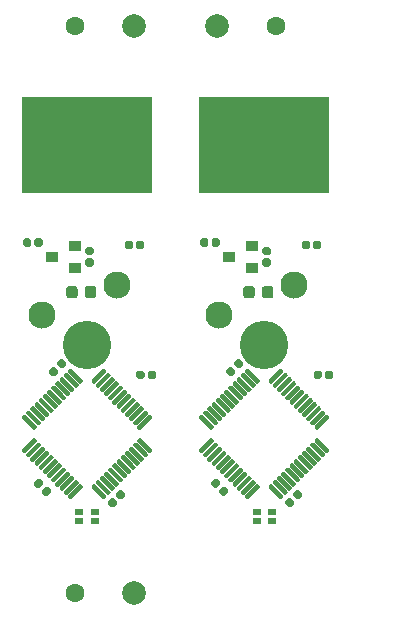
<source format=gbs>
%TF.GenerationSoftware,KiCad,Pcbnew,5.1.6*%
%TF.CreationDate,2020-10-27T00:07:36+01:00*%
%TF.ProjectId,anykey-x2,616e796b-6579-42d7-9832-2e6b69636164,rev?*%
%TF.SameCoordinates,Original*%
%TF.FileFunction,Soldermask,Bot*%
%TF.FilePolarity,Negative*%
%FSLAX46Y46*%
G04 Gerber Fmt 4.6, Leading zero omitted, Abs format (unit mm)*
G04 Created by KiCad (PCBNEW 5.1.6) date 2020-10-27 00:07:36*
%MOMM*%
%LPD*%
G01*
G04 APERTURE LIST*
%ADD10C,1.600000*%
%ADD11C,2.000000*%
%ADD12R,0.700000X0.500000*%
%ADD13R,11.100000X8.250000*%
%ADD14R,1.000000X0.900000*%
%ADD15C,2.300000*%
%ADD16C,4.100000*%
G04 APERTURE END LIST*
D10*
%TO.C,REF\u002A\u002A*%
X54999000Y-92501017D03*
%TD*%
%TO.C,REF\u002A\u002A*%
X72001018Y-44499000D03*
%TD*%
%TO.C,REF\u002A\u002A*%
X54999000Y-44499000D03*
%TD*%
D11*
%TO.C,REF\u002A\u002A*%
X59999000Y-92501017D03*
%TD*%
%TO.C,REF\u002A\u002A*%
X67001018Y-44499000D03*
%TD*%
%TO.C,REF\u002A\u002A*%
X59999000Y-44499000D03*
%TD*%
%TO.C,C1*%
G36*
G01*
X69225018Y-67281251D02*
X69225018Y-66718751D01*
G75*
G02*
X69468768Y-66475001I243750J0D01*
G01*
X69956268Y-66475001D01*
G75*
G02*
X70200018Y-66718751I0J-243750D01*
G01*
X70200018Y-67281251D01*
G75*
G02*
X69956268Y-67525001I-243750J0D01*
G01*
X69468768Y-67525001D01*
G75*
G02*
X69225018Y-67281251I0J243750D01*
G01*
G37*
G36*
G01*
X70800018Y-67281251D02*
X70800018Y-66718751D01*
G75*
G02*
X71043768Y-66475001I243750J0D01*
G01*
X71531268Y-66475001D01*
G75*
G02*
X71775018Y-66718751I0J-243750D01*
G01*
X71775018Y-67281251D01*
G75*
G02*
X71531268Y-67525001I-243750J0D01*
G01*
X71043768Y-67525001D01*
G75*
G02*
X70800018Y-67281251I0J243750D01*
G01*
G37*
%TD*%
%TO.C,C2*%
G36*
G01*
X66473466Y-83052756D02*
X66752773Y-82773448D01*
G75*
G02*
X66996725Y-82773448I121976J-121976D01*
G01*
X67240677Y-83017400D01*
G75*
G02*
X67240677Y-83261352I-121976J-121976D01*
G01*
X66961369Y-83540660D01*
G75*
G02*
X66717417Y-83540660I-121976J121976D01*
G01*
X66473465Y-83296708D01*
G75*
G02*
X66473465Y-83052756I121976J121976D01*
G01*
G37*
G36*
G01*
X67159360Y-83738650D02*
X67438667Y-83459342D01*
G75*
G02*
X67682619Y-83459342I121976J-121976D01*
G01*
X67926571Y-83703294D01*
G75*
G02*
X67926571Y-83947246I-121976J-121976D01*
G01*
X67647263Y-84226554D01*
G75*
G02*
X67403311Y-84226554I-121976J121976D01*
G01*
X67159359Y-83982602D01*
G75*
G02*
X67159359Y-83738650I121976J121976D01*
G01*
G37*
%TD*%
%TO.C,C3*%
G36*
G01*
X68261369Y-73359343D02*
X68540677Y-73638650D01*
G75*
G02*
X68540677Y-73882602I-121976J-121976D01*
G01*
X68296725Y-74126554D01*
G75*
G02*
X68052773Y-74126554I-121976J121976D01*
G01*
X67773465Y-73847246D01*
G75*
G02*
X67773465Y-73603294I121976J121976D01*
G01*
X68017417Y-73359342D01*
G75*
G02*
X68261369Y-73359342I121976J-121976D01*
G01*
G37*
G36*
G01*
X68947263Y-72673449D02*
X69226571Y-72952756D01*
G75*
G02*
X69226571Y-73196708I-121976J-121976D01*
G01*
X68982619Y-73440660D01*
G75*
G02*
X68738667Y-73440660I-121976J121976D01*
G01*
X68459359Y-73161352D01*
G75*
G02*
X68459359Y-72917400I121976J121976D01*
G01*
X68703311Y-72673448D01*
G75*
G02*
X68947263Y-72673448I121976J-121976D01*
G01*
G37*
%TD*%
%TO.C,C5*%
G36*
G01*
X73738667Y-84540659D02*
X73459359Y-84261352D01*
G75*
G02*
X73459359Y-84017400I121976J121976D01*
G01*
X73703311Y-83773448D01*
G75*
G02*
X73947263Y-83773448I121976J-121976D01*
G01*
X74226571Y-84052756D01*
G75*
G02*
X74226571Y-84296708I-121976J-121976D01*
G01*
X73982619Y-84540660D01*
G75*
G02*
X73738667Y-84540660I-121976J121976D01*
G01*
G37*
G36*
G01*
X73052773Y-85226553D02*
X72773465Y-84947246D01*
G75*
G02*
X72773465Y-84703294I121976J121976D01*
G01*
X73017417Y-84459342D01*
G75*
G02*
X73261369Y-84459342I121976J-121976D01*
G01*
X73540677Y-84738650D01*
G75*
G02*
X73540677Y-84982602I-121976J-121976D01*
G01*
X73296725Y-85226554D01*
G75*
G02*
X73052773Y-85226554I-121976J121976D01*
G01*
G37*
%TD*%
%TO.C,C7*%
G36*
G01*
X71397518Y-63860001D02*
X71002518Y-63860001D01*
G75*
G02*
X70830018Y-63687501I0J172500D01*
G01*
X70830018Y-63342501D01*
G75*
G02*
X71002518Y-63170001I172500J0D01*
G01*
X71397518Y-63170001D01*
G75*
G02*
X71570018Y-63342501I0J-172500D01*
G01*
X71570018Y-63687501D01*
G75*
G02*
X71397518Y-63860001I-172500J0D01*
G01*
G37*
G36*
G01*
X71397518Y-64830001D02*
X71002518Y-64830001D01*
G75*
G02*
X70830018Y-64657501I0J172500D01*
G01*
X70830018Y-64312501D01*
G75*
G02*
X71002518Y-64140001I172500J0D01*
G01*
X71397518Y-64140001D01*
G75*
G02*
X71570018Y-64312501I0J-172500D01*
G01*
X71570018Y-64657501D01*
G75*
G02*
X71397518Y-64830001I-172500J0D01*
G01*
G37*
%TD*%
D12*
%TO.C,D1*%
X70350018Y-86400001D03*
X71650018Y-86400001D03*
X71650018Y-85600001D03*
X70350018Y-85600001D03*
%TD*%
D13*
%TO.C,J1*%
X71000018Y-54575001D03*
%TD*%
%TO.C,R1*%
G36*
G01*
X74170018Y-63197501D02*
X74170018Y-62802501D01*
G75*
G02*
X74342518Y-62630001I172500J0D01*
G01*
X74687518Y-62630001D01*
G75*
G02*
X74860018Y-62802501I0J-172500D01*
G01*
X74860018Y-63197501D01*
G75*
G02*
X74687518Y-63370001I-172500J0D01*
G01*
X74342518Y-63370001D01*
G75*
G02*
X74170018Y-63197501I0J172500D01*
G01*
G37*
G36*
G01*
X75140018Y-63197501D02*
X75140018Y-62802501D01*
G75*
G02*
X75312518Y-62630001I172500J0D01*
G01*
X75657518Y-62630001D01*
G75*
G02*
X75830018Y-62802501I0J-172500D01*
G01*
X75830018Y-63197501D01*
G75*
G02*
X75657518Y-63370001I-172500J0D01*
G01*
X75312518Y-63370001D01*
G75*
G02*
X75140018Y-63197501I0J172500D01*
G01*
G37*
%TD*%
D14*
%TO.C,U1*%
X68000018Y-64000001D03*
X70000018Y-64950001D03*
X70000018Y-63050001D03*
%TD*%
%TO.C,U2*%
G36*
G01*
X69515094Y-84515434D02*
X69373672Y-84374013D01*
G75*
G02*
X69373672Y-84232591I70711J70711D01*
G01*
X70345944Y-83260319D01*
G75*
G02*
X70487366Y-83260319I70711J-70711D01*
G01*
X70628788Y-83401741D01*
G75*
G02*
X70628788Y-83543163I-70711J-70711D01*
G01*
X69656516Y-84515435D01*
G75*
G02*
X69515094Y-84515435I-70711J70711D01*
G01*
G37*
G36*
G01*
X69161540Y-84161880D02*
X69020118Y-84020459D01*
G75*
G02*
X69020118Y-83879037I70711J70711D01*
G01*
X69992390Y-82906765D01*
G75*
G02*
X70133812Y-82906765I70711J-70711D01*
G01*
X70275234Y-83048187D01*
G75*
G02*
X70275234Y-83189609I-70711J-70711D01*
G01*
X69302962Y-84161881D01*
G75*
G02*
X69161540Y-84161881I-70711J70711D01*
G01*
G37*
G36*
G01*
X68807987Y-83808327D02*
X68666565Y-83666906D01*
G75*
G02*
X68666565Y-83525484I70711J70711D01*
G01*
X69638837Y-82553212D01*
G75*
G02*
X69780259Y-82553212I70711J-70711D01*
G01*
X69921681Y-82694634D01*
G75*
G02*
X69921681Y-82836056I-70711J-70711D01*
G01*
X68949409Y-83808328D01*
G75*
G02*
X68807987Y-83808328I-70711J70711D01*
G01*
G37*
G36*
G01*
X68454433Y-83454773D02*
X68313011Y-83313352D01*
G75*
G02*
X68313011Y-83171930I70711J70711D01*
G01*
X69285283Y-82199658D01*
G75*
G02*
X69426705Y-82199658I70711J-70711D01*
G01*
X69568127Y-82341080D01*
G75*
G02*
X69568127Y-82482502I-70711J-70711D01*
G01*
X68595855Y-83454774D01*
G75*
G02*
X68454433Y-83454774I-70711J70711D01*
G01*
G37*
G36*
G01*
X68100880Y-83101220D02*
X67959458Y-82959799D01*
G75*
G02*
X67959458Y-82818377I70711J70711D01*
G01*
X68931730Y-81846105D01*
G75*
G02*
X69073152Y-81846105I70711J-70711D01*
G01*
X69214574Y-81987527D01*
G75*
G02*
X69214574Y-82128949I-70711J-70711D01*
G01*
X68242302Y-83101221D01*
G75*
G02*
X68100880Y-83101221I-70711J70711D01*
G01*
G37*
G36*
G01*
X67747327Y-82747667D02*
X67605905Y-82606246D01*
G75*
G02*
X67605905Y-82464824I70711J70711D01*
G01*
X68578177Y-81492552D01*
G75*
G02*
X68719599Y-81492552I70711J-70711D01*
G01*
X68861021Y-81633974D01*
G75*
G02*
X68861021Y-81775396I-70711J-70711D01*
G01*
X67888749Y-82747668D01*
G75*
G02*
X67747327Y-82747668I-70711J70711D01*
G01*
G37*
G36*
G01*
X67393773Y-82394113D02*
X67252351Y-82252692D01*
G75*
G02*
X67252351Y-82111270I70711J70711D01*
G01*
X68224623Y-81138998D01*
G75*
G02*
X68366045Y-81138998I70711J-70711D01*
G01*
X68507467Y-81280420D01*
G75*
G02*
X68507467Y-81421842I-70711J-70711D01*
G01*
X67535195Y-82394114D01*
G75*
G02*
X67393773Y-82394114I-70711J70711D01*
G01*
G37*
G36*
G01*
X67040220Y-82040560D02*
X66898798Y-81899139D01*
G75*
G02*
X66898798Y-81757717I70711J70711D01*
G01*
X67871070Y-80785445D01*
G75*
G02*
X68012492Y-80785445I70711J-70711D01*
G01*
X68153914Y-80926867D01*
G75*
G02*
X68153914Y-81068289I-70711J-70711D01*
G01*
X67181642Y-82040561D01*
G75*
G02*
X67040220Y-82040561I-70711J70711D01*
G01*
G37*
G36*
G01*
X66686667Y-81687007D02*
X66545245Y-81545586D01*
G75*
G02*
X66545245Y-81404164I70711J70711D01*
G01*
X67517517Y-80431892D01*
G75*
G02*
X67658939Y-80431892I70711J-70711D01*
G01*
X67800361Y-80573314D01*
G75*
G02*
X67800361Y-80714736I-70711J-70711D01*
G01*
X66828089Y-81687008D01*
G75*
G02*
X66686667Y-81687008I-70711J70711D01*
G01*
G37*
G36*
G01*
X66333113Y-81333453D02*
X66191691Y-81192032D01*
G75*
G02*
X66191691Y-81050610I70711J70711D01*
G01*
X67163963Y-80078338D01*
G75*
G02*
X67305385Y-80078338I70711J-70711D01*
G01*
X67446807Y-80219760D01*
G75*
G02*
X67446807Y-80361182I-70711J-70711D01*
G01*
X66474535Y-81333454D01*
G75*
G02*
X66333113Y-81333454I-70711J70711D01*
G01*
G37*
G36*
G01*
X65979560Y-80979900D02*
X65838138Y-80838479D01*
G75*
G02*
X65838138Y-80697057I70711J70711D01*
G01*
X66810410Y-79724785D01*
G75*
G02*
X66951832Y-79724785I70711J-70711D01*
G01*
X67093254Y-79866207D01*
G75*
G02*
X67093254Y-80007629I-70711J-70711D01*
G01*
X66120982Y-80979901D01*
G75*
G02*
X65979560Y-80979901I-70711J70711D01*
G01*
G37*
G36*
G01*
X65626006Y-80626346D02*
X65484584Y-80484925D01*
G75*
G02*
X65484584Y-80343503I70711J70711D01*
G01*
X66456856Y-79371231D01*
G75*
G02*
X66598278Y-79371231I70711J-70711D01*
G01*
X66739700Y-79512653D01*
G75*
G02*
X66739700Y-79654075I-70711J-70711D01*
G01*
X65767428Y-80626347D01*
G75*
G02*
X65626006Y-80626347I-70711J70711D01*
G01*
G37*
G36*
G01*
X66456857Y-78628770D02*
X65484584Y-77656499D01*
G75*
G02*
X65484584Y-77515077I70711J70711D01*
G01*
X65626006Y-77373655D01*
G75*
G02*
X65767428Y-77373655I70711J-70711D01*
G01*
X66739700Y-78345927D01*
G75*
G02*
X66739700Y-78487349I-70711J-70711D01*
G01*
X66598278Y-78628771D01*
G75*
G02*
X66456856Y-78628771I-70711J70711D01*
G01*
G37*
G36*
G01*
X66810411Y-78275216D02*
X65838138Y-77302945D01*
G75*
G02*
X65838138Y-77161523I70711J70711D01*
G01*
X65979560Y-77020101D01*
G75*
G02*
X66120982Y-77020101I70711J-70711D01*
G01*
X67093254Y-77992373D01*
G75*
G02*
X67093254Y-78133795I-70711J-70711D01*
G01*
X66951832Y-78275217D01*
G75*
G02*
X66810410Y-78275217I-70711J70711D01*
G01*
G37*
G36*
G01*
X67163964Y-77921663D02*
X66191691Y-76949392D01*
G75*
G02*
X66191691Y-76807970I70711J70711D01*
G01*
X66333113Y-76666548D01*
G75*
G02*
X66474535Y-76666548I70711J-70711D01*
G01*
X67446807Y-77638820D01*
G75*
G02*
X67446807Y-77780242I-70711J-70711D01*
G01*
X67305385Y-77921664D01*
G75*
G02*
X67163963Y-77921664I-70711J70711D01*
G01*
G37*
G36*
G01*
X67517518Y-77568109D02*
X66545245Y-76595838D01*
G75*
G02*
X66545245Y-76454416I70711J70711D01*
G01*
X66686667Y-76312994D01*
G75*
G02*
X66828089Y-76312994I70711J-70711D01*
G01*
X67800361Y-77285266D01*
G75*
G02*
X67800361Y-77426688I-70711J-70711D01*
G01*
X67658939Y-77568110D01*
G75*
G02*
X67517517Y-77568110I-70711J70711D01*
G01*
G37*
G36*
G01*
X67871071Y-77214556D02*
X66898798Y-76242285D01*
G75*
G02*
X66898798Y-76100863I70711J70711D01*
G01*
X67040220Y-75959441D01*
G75*
G02*
X67181642Y-75959441I70711J-70711D01*
G01*
X68153914Y-76931713D01*
G75*
G02*
X68153914Y-77073135I-70711J-70711D01*
G01*
X68012492Y-77214557D01*
G75*
G02*
X67871070Y-77214557I-70711J70711D01*
G01*
G37*
G36*
G01*
X68224624Y-76861003D02*
X67252351Y-75888732D01*
G75*
G02*
X67252351Y-75747310I70711J70711D01*
G01*
X67393773Y-75605888D01*
G75*
G02*
X67535195Y-75605888I70711J-70711D01*
G01*
X68507467Y-76578160D01*
G75*
G02*
X68507467Y-76719582I-70711J-70711D01*
G01*
X68366045Y-76861004D01*
G75*
G02*
X68224623Y-76861004I-70711J70711D01*
G01*
G37*
G36*
G01*
X68578178Y-76507449D02*
X67605905Y-75535178D01*
G75*
G02*
X67605905Y-75393756I70711J70711D01*
G01*
X67747327Y-75252334D01*
G75*
G02*
X67888749Y-75252334I70711J-70711D01*
G01*
X68861021Y-76224606D01*
G75*
G02*
X68861021Y-76366028I-70711J-70711D01*
G01*
X68719599Y-76507450D01*
G75*
G02*
X68578177Y-76507450I-70711J70711D01*
G01*
G37*
G36*
G01*
X68931731Y-76153896D02*
X67959458Y-75181625D01*
G75*
G02*
X67959458Y-75040203I70711J70711D01*
G01*
X68100880Y-74898781D01*
G75*
G02*
X68242302Y-74898781I70711J-70711D01*
G01*
X69214574Y-75871053D01*
G75*
G02*
X69214574Y-76012475I-70711J-70711D01*
G01*
X69073152Y-76153897D01*
G75*
G02*
X68931730Y-76153897I-70711J70711D01*
G01*
G37*
G36*
G01*
X69285284Y-75800343D02*
X68313011Y-74828072D01*
G75*
G02*
X68313011Y-74686650I70711J70711D01*
G01*
X68454433Y-74545228D01*
G75*
G02*
X68595855Y-74545228I70711J-70711D01*
G01*
X69568127Y-75517500D01*
G75*
G02*
X69568127Y-75658922I-70711J-70711D01*
G01*
X69426705Y-75800344D01*
G75*
G02*
X69285283Y-75800344I-70711J70711D01*
G01*
G37*
G36*
G01*
X69638838Y-75446789D02*
X68666565Y-74474518D01*
G75*
G02*
X68666565Y-74333096I70711J70711D01*
G01*
X68807987Y-74191674D01*
G75*
G02*
X68949409Y-74191674I70711J-70711D01*
G01*
X69921681Y-75163946D01*
G75*
G02*
X69921681Y-75305368I-70711J-70711D01*
G01*
X69780259Y-75446790D01*
G75*
G02*
X69638837Y-75446790I-70711J70711D01*
G01*
G37*
G36*
G01*
X69992391Y-75093236D02*
X69020118Y-74120965D01*
G75*
G02*
X69020118Y-73979543I70711J70711D01*
G01*
X69161540Y-73838121D01*
G75*
G02*
X69302962Y-73838121I70711J-70711D01*
G01*
X70275234Y-74810393D01*
G75*
G02*
X70275234Y-74951815I-70711J-70711D01*
G01*
X70133812Y-75093237D01*
G75*
G02*
X69992390Y-75093237I-70711J70711D01*
G01*
G37*
G36*
G01*
X70345945Y-74739682D02*
X69373672Y-73767411D01*
G75*
G02*
X69373672Y-73625989I70711J70711D01*
G01*
X69515094Y-73484567D01*
G75*
G02*
X69656516Y-73484567I70711J-70711D01*
G01*
X70628788Y-74456839D01*
G75*
G02*
X70628788Y-74598261I-70711J-70711D01*
G01*
X70487366Y-74739683D01*
G75*
G02*
X70345944Y-74739683I-70711J70711D01*
G01*
G37*
G36*
G01*
X71512670Y-74739682D02*
X71371248Y-74598261D01*
G75*
G02*
X71371248Y-74456839I70711J70711D01*
G01*
X72343520Y-73484567D01*
G75*
G02*
X72484942Y-73484567I70711J-70711D01*
G01*
X72626364Y-73625989D01*
G75*
G02*
X72626364Y-73767411I-70711J-70711D01*
G01*
X71654092Y-74739683D01*
G75*
G02*
X71512670Y-74739683I-70711J70711D01*
G01*
G37*
G36*
G01*
X71866224Y-75093236D02*
X71724802Y-74951815D01*
G75*
G02*
X71724802Y-74810393I70711J70711D01*
G01*
X72697074Y-73838121D01*
G75*
G02*
X72838496Y-73838121I70711J-70711D01*
G01*
X72979918Y-73979543D01*
G75*
G02*
X72979918Y-74120965I-70711J-70711D01*
G01*
X72007646Y-75093237D01*
G75*
G02*
X71866224Y-75093237I-70711J70711D01*
G01*
G37*
G36*
G01*
X72219777Y-75446789D02*
X72078355Y-75305368D01*
G75*
G02*
X72078355Y-75163946I70711J70711D01*
G01*
X73050627Y-74191674D01*
G75*
G02*
X73192049Y-74191674I70711J-70711D01*
G01*
X73333471Y-74333096D01*
G75*
G02*
X73333471Y-74474518I-70711J-70711D01*
G01*
X72361199Y-75446790D01*
G75*
G02*
X72219777Y-75446790I-70711J70711D01*
G01*
G37*
G36*
G01*
X72573331Y-75800343D02*
X72431909Y-75658922D01*
G75*
G02*
X72431909Y-75517500I70711J70711D01*
G01*
X73404181Y-74545228D01*
G75*
G02*
X73545603Y-74545228I70711J-70711D01*
G01*
X73687025Y-74686650D01*
G75*
G02*
X73687025Y-74828072I-70711J-70711D01*
G01*
X72714753Y-75800344D01*
G75*
G02*
X72573331Y-75800344I-70711J70711D01*
G01*
G37*
G36*
G01*
X72926884Y-76153896D02*
X72785462Y-76012475D01*
G75*
G02*
X72785462Y-75871053I70711J70711D01*
G01*
X73757734Y-74898781D01*
G75*
G02*
X73899156Y-74898781I70711J-70711D01*
G01*
X74040578Y-75040203D01*
G75*
G02*
X74040578Y-75181625I-70711J-70711D01*
G01*
X73068306Y-76153897D01*
G75*
G02*
X72926884Y-76153897I-70711J70711D01*
G01*
G37*
G36*
G01*
X73280437Y-76507449D02*
X73139015Y-76366028D01*
G75*
G02*
X73139015Y-76224606I70711J70711D01*
G01*
X74111287Y-75252334D01*
G75*
G02*
X74252709Y-75252334I70711J-70711D01*
G01*
X74394131Y-75393756D01*
G75*
G02*
X74394131Y-75535178I-70711J-70711D01*
G01*
X73421859Y-76507450D01*
G75*
G02*
X73280437Y-76507450I-70711J70711D01*
G01*
G37*
G36*
G01*
X73633991Y-76861003D02*
X73492569Y-76719582D01*
G75*
G02*
X73492569Y-76578160I70711J70711D01*
G01*
X74464841Y-75605888D01*
G75*
G02*
X74606263Y-75605888I70711J-70711D01*
G01*
X74747685Y-75747310D01*
G75*
G02*
X74747685Y-75888732I-70711J-70711D01*
G01*
X73775413Y-76861004D01*
G75*
G02*
X73633991Y-76861004I-70711J70711D01*
G01*
G37*
G36*
G01*
X73987544Y-77214556D02*
X73846122Y-77073135D01*
G75*
G02*
X73846122Y-76931713I70711J70711D01*
G01*
X74818394Y-75959441D01*
G75*
G02*
X74959816Y-75959441I70711J-70711D01*
G01*
X75101238Y-76100863D01*
G75*
G02*
X75101238Y-76242285I-70711J-70711D01*
G01*
X74128966Y-77214557D01*
G75*
G02*
X73987544Y-77214557I-70711J70711D01*
G01*
G37*
G36*
G01*
X74341097Y-77568109D02*
X74199675Y-77426688D01*
G75*
G02*
X74199675Y-77285266I70711J70711D01*
G01*
X75171947Y-76312994D01*
G75*
G02*
X75313369Y-76312994I70711J-70711D01*
G01*
X75454791Y-76454416D01*
G75*
G02*
X75454791Y-76595838I-70711J-70711D01*
G01*
X74482519Y-77568110D01*
G75*
G02*
X74341097Y-77568110I-70711J70711D01*
G01*
G37*
G36*
G01*
X74694651Y-77921663D02*
X74553229Y-77780242D01*
G75*
G02*
X74553229Y-77638820I70711J70711D01*
G01*
X75525501Y-76666548D01*
G75*
G02*
X75666923Y-76666548I70711J-70711D01*
G01*
X75808345Y-76807970D01*
G75*
G02*
X75808345Y-76949392I-70711J-70711D01*
G01*
X74836073Y-77921664D01*
G75*
G02*
X74694651Y-77921664I-70711J70711D01*
G01*
G37*
G36*
G01*
X75048204Y-78275216D02*
X74906782Y-78133795D01*
G75*
G02*
X74906782Y-77992373I70711J70711D01*
G01*
X75879054Y-77020101D01*
G75*
G02*
X76020476Y-77020101I70711J-70711D01*
G01*
X76161898Y-77161523D01*
G75*
G02*
X76161898Y-77302945I-70711J-70711D01*
G01*
X75189626Y-78275217D01*
G75*
G02*
X75048204Y-78275217I-70711J70711D01*
G01*
G37*
G36*
G01*
X75401758Y-78628770D02*
X75260336Y-78487349D01*
G75*
G02*
X75260336Y-78345927I70711J70711D01*
G01*
X76232608Y-77373655D01*
G75*
G02*
X76374030Y-77373655I70711J-70711D01*
G01*
X76515452Y-77515077D01*
G75*
G02*
X76515452Y-77656499I-70711J-70711D01*
G01*
X75543180Y-78628771D01*
G75*
G02*
X75401758Y-78628771I-70711J70711D01*
G01*
G37*
G36*
G01*
X76232609Y-80626346D02*
X75260336Y-79654075D01*
G75*
G02*
X75260336Y-79512653I70711J70711D01*
G01*
X75401758Y-79371231D01*
G75*
G02*
X75543180Y-79371231I70711J-70711D01*
G01*
X76515452Y-80343503D01*
G75*
G02*
X76515452Y-80484925I-70711J-70711D01*
G01*
X76374030Y-80626347D01*
G75*
G02*
X76232608Y-80626347I-70711J70711D01*
G01*
G37*
G36*
G01*
X75879055Y-80979900D02*
X74906782Y-80007629D01*
G75*
G02*
X74906782Y-79866207I70711J70711D01*
G01*
X75048204Y-79724785D01*
G75*
G02*
X75189626Y-79724785I70711J-70711D01*
G01*
X76161898Y-80697057D01*
G75*
G02*
X76161898Y-80838479I-70711J-70711D01*
G01*
X76020476Y-80979901D01*
G75*
G02*
X75879054Y-80979901I-70711J70711D01*
G01*
G37*
G36*
G01*
X75525502Y-81333453D02*
X74553229Y-80361182D01*
G75*
G02*
X74553229Y-80219760I70711J70711D01*
G01*
X74694651Y-80078338D01*
G75*
G02*
X74836073Y-80078338I70711J-70711D01*
G01*
X75808345Y-81050610D01*
G75*
G02*
X75808345Y-81192032I-70711J-70711D01*
G01*
X75666923Y-81333454D01*
G75*
G02*
X75525501Y-81333454I-70711J70711D01*
G01*
G37*
G36*
G01*
X75171948Y-81687007D02*
X74199675Y-80714736D01*
G75*
G02*
X74199675Y-80573314I70711J70711D01*
G01*
X74341097Y-80431892D01*
G75*
G02*
X74482519Y-80431892I70711J-70711D01*
G01*
X75454791Y-81404164D01*
G75*
G02*
X75454791Y-81545586I-70711J-70711D01*
G01*
X75313369Y-81687008D01*
G75*
G02*
X75171947Y-81687008I-70711J70711D01*
G01*
G37*
G36*
G01*
X74818395Y-82040560D02*
X73846122Y-81068289D01*
G75*
G02*
X73846122Y-80926867I70711J70711D01*
G01*
X73987544Y-80785445D01*
G75*
G02*
X74128966Y-80785445I70711J-70711D01*
G01*
X75101238Y-81757717D01*
G75*
G02*
X75101238Y-81899139I-70711J-70711D01*
G01*
X74959816Y-82040561D01*
G75*
G02*
X74818394Y-82040561I-70711J70711D01*
G01*
G37*
G36*
G01*
X74464842Y-82394113D02*
X73492569Y-81421842D01*
G75*
G02*
X73492569Y-81280420I70711J70711D01*
G01*
X73633991Y-81138998D01*
G75*
G02*
X73775413Y-81138998I70711J-70711D01*
G01*
X74747685Y-82111270D01*
G75*
G02*
X74747685Y-82252692I-70711J-70711D01*
G01*
X74606263Y-82394114D01*
G75*
G02*
X74464841Y-82394114I-70711J70711D01*
G01*
G37*
G36*
G01*
X74111288Y-82747667D02*
X73139015Y-81775396D01*
G75*
G02*
X73139015Y-81633974I70711J70711D01*
G01*
X73280437Y-81492552D01*
G75*
G02*
X73421859Y-81492552I70711J-70711D01*
G01*
X74394131Y-82464824D01*
G75*
G02*
X74394131Y-82606246I-70711J-70711D01*
G01*
X74252709Y-82747668D01*
G75*
G02*
X74111287Y-82747668I-70711J70711D01*
G01*
G37*
G36*
G01*
X73757735Y-83101220D02*
X72785462Y-82128949D01*
G75*
G02*
X72785462Y-81987527I70711J70711D01*
G01*
X72926884Y-81846105D01*
G75*
G02*
X73068306Y-81846105I70711J-70711D01*
G01*
X74040578Y-82818377D01*
G75*
G02*
X74040578Y-82959799I-70711J-70711D01*
G01*
X73899156Y-83101221D01*
G75*
G02*
X73757734Y-83101221I-70711J70711D01*
G01*
G37*
G36*
G01*
X73404182Y-83454773D02*
X72431909Y-82482502D01*
G75*
G02*
X72431909Y-82341080I70711J70711D01*
G01*
X72573331Y-82199658D01*
G75*
G02*
X72714753Y-82199658I70711J-70711D01*
G01*
X73687025Y-83171930D01*
G75*
G02*
X73687025Y-83313352I-70711J-70711D01*
G01*
X73545603Y-83454774D01*
G75*
G02*
X73404181Y-83454774I-70711J70711D01*
G01*
G37*
G36*
G01*
X73050628Y-83808327D02*
X72078355Y-82836056D01*
G75*
G02*
X72078355Y-82694634I70711J70711D01*
G01*
X72219777Y-82553212D01*
G75*
G02*
X72361199Y-82553212I70711J-70711D01*
G01*
X73333471Y-83525484D01*
G75*
G02*
X73333471Y-83666906I-70711J-70711D01*
G01*
X73192049Y-83808328D01*
G75*
G02*
X73050627Y-83808328I-70711J70711D01*
G01*
G37*
G36*
G01*
X72697075Y-84161880D02*
X71724802Y-83189609D01*
G75*
G02*
X71724802Y-83048187I70711J70711D01*
G01*
X71866224Y-82906765D01*
G75*
G02*
X72007646Y-82906765I70711J-70711D01*
G01*
X72979918Y-83879037D01*
G75*
G02*
X72979918Y-84020459I-70711J-70711D01*
G01*
X72838496Y-84161881D01*
G75*
G02*
X72697074Y-84161881I-70711J70711D01*
G01*
G37*
G36*
G01*
X72343521Y-84515434D02*
X71371248Y-83543163D01*
G75*
G02*
X71371248Y-83401741I70711J70711D01*
G01*
X71512670Y-83260319D01*
G75*
G02*
X71654092Y-83260319I70711J-70711D01*
G01*
X72626364Y-84232591D01*
G75*
G02*
X72626364Y-84374013I-70711J-70711D01*
G01*
X72484942Y-84515435D01*
G75*
G02*
X72343520Y-84515435I-70711J70711D01*
G01*
G37*
%TD*%
%TO.C,C6*%
G36*
G01*
X65570018Y-62997501D02*
X65570018Y-62602501D01*
G75*
G02*
X65742518Y-62430001I172500J0D01*
G01*
X66087518Y-62430001D01*
G75*
G02*
X66260018Y-62602501I0J-172500D01*
G01*
X66260018Y-62997501D01*
G75*
G02*
X66087518Y-63170001I-172500J0D01*
G01*
X65742518Y-63170001D01*
G75*
G02*
X65570018Y-62997501I0J172500D01*
G01*
G37*
G36*
G01*
X66540018Y-62997501D02*
X66540018Y-62602501D01*
G75*
G02*
X66712518Y-62430001I172500J0D01*
G01*
X67057518Y-62430001D01*
G75*
G02*
X67230018Y-62602501I0J-172500D01*
G01*
X67230018Y-62997501D01*
G75*
G02*
X67057518Y-63170001I-172500J0D01*
G01*
X66712518Y-63170001D01*
G75*
G02*
X66540018Y-62997501I0J172500D01*
G01*
G37*
%TD*%
D15*
%TO.C,SW1*%
X73540018Y-66420001D03*
X67190018Y-68960001D03*
D16*
X71000018Y-71500001D03*
%TD*%
%TO.C,C4*%
G36*
G01*
X76830018Y-73802501D02*
X76830018Y-74197501D01*
G75*
G02*
X76657518Y-74370001I-172500J0D01*
G01*
X76312518Y-74370001D01*
G75*
G02*
X76140018Y-74197501I0J172500D01*
G01*
X76140018Y-73802501D01*
G75*
G02*
X76312518Y-73630001I172500J0D01*
G01*
X76657518Y-73630001D01*
G75*
G02*
X76830018Y-73802501I0J-172500D01*
G01*
G37*
G36*
G01*
X75860018Y-73802501D02*
X75860018Y-74197501D01*
G75*
G02*
X75687518Y-74370001I-172500J0D01*
G01*
X75342518Y-74370001D01*
G75*
G02*
X75170018Y-74197501I0J172500D01*
G01*
X75170018Y-73802501D01*
G75*
G02*
X75342518Y-73630001I172500J0D01*
G01*
X75687518Y-73630001D01*
G75*
G02*
X75860018Y-73802501I0J-172500D01*
G01*
G37*
%TD*%
%TO.C,C1*%
G36*
G01*
X54225001Y-67281251D02*
X54225001Y-66718751D01*
G75*
G02*
X54468751Y-66475001I243750J0D01*
G01*
X54956251Y-66475001D01*
G75*
G02*
X55200001Y-66718751I0J-243750D01*
G01*
X55200001Y-67281251D01*
G75*
G02*
X54956251Y-67525001I-243750J0D01*
G01*
X54468751Y-67525001D01*
G75*
G02*
X54225001Y-67281251I0J243750D01*
G01*
G37*
G36*
G01*
X55800001Y-67281251D02*
X55800001Y-66718751D01*
G75*
G02*
X56043751Y-66475001I243750J0D01*
G01*
X56531251Y-66475001D01*
G75*
G02*
X56775001Y-66718751I0J-243750D01*
G01*
X56775001Y-67281251D01*
G75*
G02*
X56531251Y-67525001I-243750J0D01*
G01*
X56043751Y-67525001D01*
G75*
G02*
X55800001Y-67281251I0J243750D01*
G01*
G37*
%TD*%
%TO.C,C2*%
G36*
G01*
X51473449Y-83052756D02*
X51752756Y-82773448D01*
G75*
G02*
X51996708Y-82773448I121976J-121976D01*
G01*
X52240660Y-83017400D01*
G75*
G02*
X52240660Y-83261352I-121976J-121976D01*
G01*
X51961352Y-83540660D01*
G75*
G02*
X51717400Y-83540660I-121976J121976D01*
G01*
X51473448Y-83296708D01*
G75*
G02*
X51473448Y-83052756I121976J121976D01*
G01*
G37*
G36*
G01*
X52159343Y-83738650D02*
X52438650Y-83459342D01*
G75*
G02*
X52682602Y-83459342I121976J-121976D01*
G01*
X52926554Y-83703294D01*
G75*
G02*
X52926554Y-83947246I-121976J-121976D01*
G01*
X52647246Y-84226554D01*
G75*
G02*
X52403294Y-84226554I-121976J121976D01*
G01*
X52159342Y-83982602D01*
G75*
G02*
X52159342Y-83738650I121976J121976D01*
G01*
G37*
%TD*%
%TO.C,C3*%
G36*
G01*
X53261352Y-73359343D02*
X53540660Y-73638650D01*
G75*
G02*
X53540660Y-73882602I-121976J-121976D01*
G01*
X53296708Y-74126554D01*
G75*
G02*
X53052756Y-74126554I-121976J121976D01*
G01*
X52773448Y-73847246D01*
G75*
G02*
X52773448Y-73603294I121976J121976D01*
G01*
X53017400Y-73359342D01*
G75*
G02*
X53261352Y-73359342I121976J-121976D01*
G01*
G37*
G36*
G01*
X53947246Y-72673449D02*
X54226554Y-72952756D01*
G75*
G02*
X54226554Y-73196708I-121976J-121976D01*
G01*
X53982602Y-73440660D01*
G75*
G02*
X53738650Y-73440660I-121976J121976D01*
G01*
X53459342Y-73161352D01*
G75*
G02*
X53459342Y-72917400I121976J121976D01*
G01*
X53703294Y-72673448D01*
G75*
G02*
X53947246Y-72673448I121976J-121976D01*
G01*
G37*
%TD*%
%TO.C,C5*%
G36*
G01*
X58738650Y-84540659D02*
X58459342Y-84261352D01*
G75*
G02*
X58459342Y-84017400I121976J121976D01*
G01*
X58703294Y-83773448D01*
G75*
G02*
X58947246Y-83773448I121976J-121976D01*
G01*
X59226554Y-84052756D01*
G75*
G02*
X59226554Y-84296708I-121976J-121976D01*
G01*
X58982602Y-84540660D01*
G75*
G02*
X58738650Y-84540660I-121976J121976D01*
G01*
G37*
G36*
G01*
X58052756Y-85226553D02*
X57773448Y-84947246D01*
G75*
G02*
X57773448Y-84703294I121976J121976D01*
G01*
X58017400Y-84459342D01*
G75*
G02*
X58261352Y-84459342I121976J-121976D01*
G01*
X58540660Y-84738650D01*
G75*
G02*
X58540660Y-84982602I-121976J-121976D01*
G01*
X58296708Y-85226554D01*
G75*
G02*
X58052756Y-85226554I-121976J121976D01*
G01*
G37*
%TD*%
%TO.C,C7*%
G36*
G01*
X56397501Y-63860001D02*
X56002501Y-63860001D01*
G75*
G02*
X55830001Y-63687501I0J172500D01*
G01*
X55830001Y-63342501D01*
G75*
G02*
X56002501Y-63170001I172500J0D01*
G01*
X56397501Y-63170001D01*
G75*
G02*
X56570001Y-63342501I0J-172500D01*
G01*
X56570001Y-63687501D01*
G75*
G02*
X56397501Y-63860001I-172500J0D01*
G01*
G37*
G36*
G01*
X56397501Y-64830001D02*
X56002501Y-64830001D01*
G75*
G02*
X55830001Y-64657501I0J172500D01*
G01*
X55830001Y-64312501D01*
G75*
G02*
X56002501Y-64140001I172500J0D01*
G01*
X56397501Y-64140001D01*
G75*
G02*
X56570001Y-64312501I0J-172500D01*
G01*
X56570001Y-64657501D01*
G75*
G02*
X56397501Y-64830001I-172500J0D01*
G01*
G37*
%TD*%
D12*
%TO.C,D1*%
X55350001Y-86400001D03*
X56650001Y-86400001D03*
X56650001Y-85600001D03*
X55350001Y-85600001D03*
%TD*%
D13*
%TO.C,J1*%
X56000001Y-54575001D03*
%TD*%
%TO.C,R1*%
G36*
G01*
X59170001Y-63197501D02*
X59170001Y-62802501D01*
G75*
G02*
X59342501Y-62630001I172500J0D01*
G01*
X59687501Y-62630001D01*
G75*
G02*
X59860001Y-62802501I0J-172500D01*
G01*
X59860001Y-63197501D01*
G75*
G02*
X59687501Y-63370001I-172500J0D01*
G01*
X59342501Y-63370001D01*
G75*
G02*
X59170001Y-63197501I0J172500D01*
G01*
G37*
G36*
G01*
X60140001Y-63197501D02*
X60140001Y-62802501D01*
G75*
G02*
X60312501Y-62630001I172500J0D01*
G01*
X60657501Y-62630001D01*
G75*
G02*
X60830001Y-62802501I0J-172500D01*
G01*
X60830001Y-63197501D01*
G75*
G02*
X60657501Y-63370001I-172500J0D01*
G01*
X60312501Y-63370001D01*
G75*
G02*
X60140001Y-63197501I0J172500D01*
G01*
G37*
%TD*%
D14*
%TO.C,U1*%
X53000001Y-64000001D03*
X55000001Y-64950001D03*
X55000001Y-63050001D03*
%TD*%
%TO.C,U2*%
G36*
G01*
X54515077Y-84515434D02*
X54373655Y-84374013D01*
G75*
G02*
X54373655Y-84232591I70711J70711D01*
G01*
X55345927Y-83260319D01*
G75*
G02*
X55487349Y-83260319I70711J-70711D01*
G01*
X55628771Y-83401741D01*
G75*
G02*
X55628771Y-83543163I-70711J-70711D01*
G01*
X54656499Y-84515435D01*
G75*
G02*
X54515077Y-84515435I-70711J70711D01*
G01*
G37*
G36*
G01*
X54161523Y-84161880D02*
X54020101Y-84020459D01*
G75*
G02*
X54020101Y-83879037I70711J70711D01*
G01*
X54992373Y-82906765D01*
G75*
G02*
X55133795Y-82906765I70711J-70711D01*
G01*
X55275217Y-83048187D01*
G75*
G02*
X55275217Y-83189609I-70711J-70711D01*
G01*
X54302945Y-84161881D01*
G75*
G02*
X54161523Y-84161881I-70711J70711D01*
G01*
G37*
G36*
G01*
X53807970Y-83808327D02*
X53666548Y-83666906D01*
G75*
G02*
X53666548Y-83525484I70711J70711D01*
G01*
X54638820Y-82553212D01*
G75*
G02*
X54780242Y-82553212I70711J-70711D01*
G01*
X54921664Y-82694634D01*
G75*
G02*
X54921664Y-82836056I-70711J-70711D01*
G01*
X53949392Y-83808328D01*
G75*
G02*
X53807970Y-83808328I-70711J70711D01*
G01*
G37*
G36*
G01*
X53454416Y-83454773D02*
X53312994Y-83313352D01*
G75*
G02*
X53312994Y-83171930I70711J70711D01*
G01*
X54285266Y-82199658D01*
G75*
G02*
X54426688Y-82199658I70711J-70711D01*
G01*
X54568110Y-82341080D01*
G75*
G02*
X54568110Y-82482502I-70711J-70711D01*
G01*
X53595838Y-83454774D01*
G75*
G02*
X53454416Y-83454774I-70711J70711D01*
G01*
G37*
G36*
G01*
X53100863Y-83101220D02*
X52959441Y-82959799D01*
G75*
G02*
X52959441Y-82818377I70711J70711D01*
G01*
X53931713Y-81846105D01*
G75*
G02*
X54073135Y-81846105I70711J-70711D01*
G01*
X54214557Y-81987527D01*
G75*
G02*
X54214557Y-82128949I-70711J-70711D01*
G01*
X53242285Y-83101221D01*
G75*
G02*
X53100863Y-83101221I-70711J70711D01*
G01*
G37*
G36*
G01*
X52747310Y-82747667D02*
X52605888Y-82606246D01*
G75*
G02*
X52605888Y-82464824I70711J70711D01*
G01*
X53578160Y-81492552D01*
G75*
G02*
X53719582Y-81492552I70711J-70711D01*
G01*
X53861004Y-81633974D01*
G75*
G02*
X53861004Y-81775396I-70711J-70711D01*
G01*
X52888732Y-82747668D01*
G75*
G02*
X52747310Y-82747668I-70711J70711D01*
G01*
G37*
G36*
G01*
X52393756Y-82394113D02*
X52252334Y-82252692D01*
G75*
G02*
X52252334Y-82111270I70711J70711D01*
G01*
X53224606Y-81138998D01*
G75*
G02*
X53366028Y-81138998I70711J-70711D01*
G01*
X53507450Y-81280420D01*
G75*
G02*
X53507450Y-81421842I-70711J-70711D01*
G01*
X52535178Y-82394114D01*
G75*
G02*
X52393756Y-82394114I-70711J70711D01*
G01*
G37*
G36*
G01*
X52040203Y-82040560D02*
X51898781Y-81899139D01*
G75*
G02*
X51898781Y-81757717I70711J70711D01*
G01*
X52871053Y-80785445D01*
G75*
G02*
X53012475Y-80785445I70711J-70711D01*
G01*
X53153897Y-80926867D01*
G75*
G02*
X53153897Y-81068289I-70711J-70711D01*
G01*
X52181625Y-82040561D01*
G75*
G02*
X52040203Y-82040561I-70711J70711D01*
G01*
G37*
G36*
G01*
X51686650Y-81687007D02*
X51545228Y-81545586D01*
G75*
G02*
X51545228Y-81404164I70711J70711D01*
G01*
X52517500Y-80431892D01*
G75*
G02*
X52658922Y-80431892I70711J-70711D01*
G01*
X52800344Y-80573314D01*
G75*
G02*
X52800344Y-80714736I-70711J-70711D01*
G01*
X51828072Y-81687008D01*
G75*
G02*
X51686650Y-81687008I-70711J70711D01*
G01*
G37*
G36*
G01*
X51333096Y-81333453D02*
X51191674Y-81192032D01*
G75*
G02*
X51191674Y-81050610I70711J70711D01*
G01*
X52163946Y-80078338D01*
G75*
G02*
X52305368Y-80078338I70711J-70711D01*
G01*
X52446790Y-80219760D01*
G75*
G02*
X52446790Y-80361182I-70711J-70711D01*
G01*
X51474518Y-81333454D01*
G75*
G02*
X51333096Y-81333454I-70711J70711D01*
G01*
G37*
G36*
G01*
X50979543Y-80979900D02*
X50838121Y-80838479D01*
G75*
G02*
X50838121Y-80697057I70711J70711D01*
G01*
X51810393Y-79724785D01*
G75*
G02*
X51951815Y-79724785I70711J-70711D01*
G01*
X52093237Y-79866207D01*
G75*
G02*
X52093237Y-80007629I-70711J-70711D01*
G01*
X51120965Y-80979901D01*
G75*
G02*
X50979543Y-80979901I-70711J70711D01*
G01*
G37*
G36*
G01*
X50625989Y-80626346D02*
X50484567Y-80484925D01*
G75*
G02*
X50484567Y-80343503I70711J70711D01*
G01*
X51456839Y-79371231D01*
G75*
G02*
X51598261Y-79371231I70711J-70711D01*
G01*
X51739683Y-79512653D01*
G75*
G02*
X51739683Y-79654075I-70711J-70711D01*
G01*
X50767411Y-80626347D01*
G75*
G02*
X50625989Y-80626347I-70711J70711D01*
G01*
G37*
G36*
G01*
X51456840Y-78628770D02*
X50484567Y-77656499D01*
G75*
G02*
X50484567Y-77515077I70711J70711D01*
G01*
X50625989Y-77373655D01*
G75*
G02*
X50767411Y-77373655I70711J-70711D01*
G01*
X51739683Y-78345927D01*
G75*
G02*
X51739683Y-78487349I-70711J-70711D01*
G01*
X51598261Y-78628771D01*
G75*
G02*
X51456839Y-78628771I-70711J70711D01*
G01*
G37*
G36*
G01*
X51810394Y-78275216D02*
X50838121Y-77302945D01*
G75*
G02*
X50838121Y-77161523I70711J70711D01*
G01*
X50979543Y-77020101D01*
G75*
G02*
X51120965Y-77020101I70711J-70711D01*
G01*
X52093237Y-77992373D01*
G75*
G02*
X52093237Y-78133795I-70711J-70711D01*
G01*
X51951815Y-78275217D01*
G75*
G02*
X51810393Y-78275217I-70711J70711D01*
G01*
G37*
G36*
G01*
X52163947Y-77921663D02*
X51191674Y-76949392D01*
G75*
G02*
X51191674Y-76807970I70711J70711D01*
G01*
X51333096Y-76666548D01*
G75*
G02*
X51474518Y-76666548I70711J-70711D01*
G01*
X52446790Y-77638820D01*
G75*
G02*
X52446790Y-77780242I-70711J-70711D01*
G01*
X52305368Y-77921664D01*
G75*
G02*
X52163946Y-77921664I-70711J70711D01*
G01*
G37*
G36*
G01*
X52517501Y-77568109D02*
X51545228Y-76595838D01*
G75*
G02*
X51545228Y-76454416I70711J70711D01*
G01*
X51686650Y-76312994D01*
G75*
G02*
X51828072Y-76312994I70711J-70711D01*
G01*
X52800344Y-77285266D01*
G75*
G02*
X52800344Y-77426688I-70711J-70711D01*
G01*
X52658922Y-77568110D01*
G75*
G02*
X52517500Y-77568110I-70711J70711D01*
G01*
G37*
G36*
G01*
X52871054Y-77214556D02*
X51898781Y-76242285D01*
G75*
G02*
X51898781Y-76100863I70711J70711D01*
G01*
X52040203Y-75959441D01*
G75*
G02*
X52181625Y-75959441I70711J-70711D01*
G01*
X53153897Y-76931713D01*
G75*
G02*
X53153897Y-77073135I-70711J-70711D01*
G01*
X53012475Y-77214557D01*
G75*
G02*
X52871053Y-77214557I-70711J70711D01*
G01*
G37*
G36*
G01*
X53224607Y-76861003D02*
X52252334Y-75888732D01*
G75*
G02*
X52252334Y-75747310I70711J70711D01*
G01*
X52393756Y-75605888D01*
G75*
G02*
X52535178Y-75605888I70711J-70711D01*
G01*
X53507450Y-76578160D01*
G75*
G02*
X53507450Y-76719582I-70711J-70711D01*
G01*
X53366028Y-76861004D01*
G75*
G02*
X53224606Y-76861004I-70711J70711D01*
G01*
G37*
G36*
G01*
X53578161Y-76507449D02*
X52605888Y-75535178D01*
G75*
G02*
X52605888Y-75393756I70711J70711D01*
G01*
X52747310Y-75252334D01*
G75*
G02*
X52888732Y-75252334I70711J-70711D01*
G01*
X53861004Y-76224606D01*
G75*
G02*
X53861004Y-76366028I-70711J-70711D01*
G01*
X53719582Y-76507450D01*
G75*
G02*
X53578160Y-76507450I-70711J70711D01*
G01*
G37*
G36*
G01*
X53931714Y-76153896D02*
X52959441Y-75181625D01*
G75*
G02*
X52959441Y-75040203I70711J70711D01*
G01*
X53100863Y-74898781D01*
G75*
G02*
X53242285Y-74898781I70711J-70711D01*
G01*
X54214557Y-75871053D01*
G75*
G02*
X54214557Y-76012475I-70711J-70711D01*
G01*
X54073135Y-76153897D01*
G75*
G02*
X53931713Y-76153897I-70711J70711D01*
G01*
G37*
G36*
G01*
X54285267Y-75800343D02*
X53312994Y-74828072D01*
G75*
G02*
X53312994Y-74686650I70711J70711D01*
G01*
X53454416Y-74545228D01*
G75*
G02*
X53595838Y-74545228I70711J-70711D01*
G01*
X54568110Y-75517500D01*
G75*
G02*
X54568110Y-75658922I-70711J-70711D01*
G01*
X54426688Y-75800344D01*
G75*
G02*
X54285266Y-75800344I-70711J70711D01*
G01*
G37*
G36*
G01*
X54638821Y-75446789D02*
X53666548Y-74474518D01*
G75*
G02*
X53666548Y-74333096I70711J70711D01*
G01*
X53807970Y-74191674D01*
G75*
G02*
X53949392Y-74191674I70711J-70711D01*
G01*
X54921664Y-75163946D01*
G75*
G02*
X54921664Y-75305368I-70711J-70711D01*
G01*
X54780242Y-75446790D01*
G75*
G02*
X54638820Y-75446790I-70711J70711D01*
G01*
G37*
G36*
G01*
X54992374Y-75093236D02*
X54020101Y-74120965D01*
G75*
G02*
X54020101Y-73979543I70711J70711D01*
G01*
X54161523Y-73838121D01*
G75*
G02*
X54302945Y-73838121I70711J-70711D01*
G01*
X55275217Y-74810393D01*
G75*
G02*
X55275217Y-74951815I-70711J-70711D01*
G01*
X55133795Y-75093237D01*
G75*
G02*
X54992373Y-75093237I-70711J70711D01*
G01*
G37*
G36*
G01*
X55345928Y-74739682D02*
X54373655Y-73767411D01*
G75*
G02*
X54373655Y-73625989I70711J70711D01*
G01*
X54515077Y-73484567D01*
G75*
G02*
X54656499Y-73484567I70711J-70711D01*
G01*
X55628771Y-74456839D01*
G75*
G02*
X55628771Y-74598261I-70711J-70711D01*
G01*
X55487349Y-74739683D01*
G75*
G02*
X55345927Y-74739683I-70711J70711D01*
G01*
G37*
G36*
G01*
X56512653Y-74739682D02*
X56371231Y-74598261D01*
G75*
G02*
X56371231Y-74456839I70711J70711D01*
G01*
X57343503Y-73484567D01*
G75*
G02*
X57484925Y-73484567I70711J-70711D01*
G01*
X57626347Y-73625989D01*
G75*
G02*
X57626347Y-73767411I-70711J-70711D01*
G01*
X56654075Y-74739683D01*
G75*
G02*
X56512653Y-74739683I-70711J70711D01*
G01*
G37*
G36*
G01*
X56866207Y-75093236D02*
X56724785Y-74951815D01*
G75*
G02*
X56724785Y-74810393I70711J70711D01*
G01*
X57697057Y-73838121D01*
G75*
G02*
X57838479Y-73838121I70711J-70711D01*
G01*
X57979901Y-73979543D01*
G75*
G02*
X57979901Y-74120965I-70711J-70711D01*
G01*
X57007629Y-75093237D01*
G75*
G02*
X56866207Y-75093237I-70711J70711D01*
G01*
G37*
G36*
G01*
X57219760Y-75446789D02*
X57078338Y-75305368D01*
G75*
G02*
X57078338Y-75163946I70711J70711D01*
G01*
X58050610Y-74191674D01*
G75*
G02*
X58192032Y-74191674I70711J-70711D01*
G01*
X58333454Y-74333096D01*
G75*
G02*
X58333454Y-74474518I-70711J-70711D01*
G01*
X57361182Y-75446790D01*
G75*
G02*
X57219760Y-75446790I-70711J70711D01*
G01*
G37*
G36*
G01*
X57573314Y-75800343D02*
X57431892Y-75658922D01*
G75*
G02*
X57431892Y-75517500I70711J70711D01*
G01*
X58404164Y-74545228D01*
G75*
G02*
X58545586Y-74545228I70711J-70711D01*
G01*
X58687008Y-74686650D01*
G75*
G02*
X58687008Y-74828072I-70711J-70711D01*
G01*
X57714736Y-75800344D01*
G75*
G02*
X57573314Y-75800344I-70711J70711D01*
G01*
G37*
G36*
G01*
X57926867Y-76153896D02*
X57785445Y-76012475D01*
G75*
G02*
X57785445Y-75871053I70711J70711D01*
G01*
X58757717Y-74898781D01*
G75*
G02*
X58899139Y-74898781I70711J-70711D01*
G01*
X59040561Y-75040203D01*
G75*
G02*
X59040561Y-75181625I-70711J-70711D01*
G01*
X58068289Y-76153897D01*
G75*
G02*
X57926867Y-76153897I-70711J70711D01*
G01*
G37*
G36*
G01*
X58280420Y-76507449D02*
X58138998Y-76366028D01*
G75*
G02*
X58138998Y-76224606I70711J70711D01*
G01*
X59111270Y-75252334D01*
G75*
G02*
X59252692Y-75252334I70711J-70711D01*
G01*
X59394114Y-75393756D01*
G75*
G02*
X59394114Y-75535178I-70711J-70711D01*
G01*
X58421842Y-76507450D01*
G75*
G02*
X58280420Y-76507450I-70711J70711D01*
G01*
G37*
G36*
G01*
X58633974Y-76861003D02*
X58492552Y-76719582D01*
G75*
G02*
X58492552Y-76578160I70711J70711D01*
G01*
X59464824Y-75605888D01*
G75*
G02*
X59606246Y-75605888I70711J-70711D01*
G01*
X59747668Y-75747310D01*
G75*
G02*
X59747668Y-75888732I-70711J-70711D01*
G01*
X58775396Y-76861004D01*
G75*
G02*
X58633974Y-76861004I-70711J70711D01*
G01*
G37*
G36*
G01*
X58987527Y-77214556D02*
X58846105Y-77073135D01*
G75*
G02*
X58846105Y-76931713I70711J70711D01*
G01*
X59818377Y-75959441D01*
G75*
G02*
X59959799Y-75959441I70711J-70711D01*
G01*
X60101221Y-76100863D01*
G75*
G02*
X60101221Y-76242285I-70711J-70711D01*
G01*
X59128949Y-77214557D01*
G75*
G02*
X58987527Y-77214557I-70711J70711D01*
G01*
G37*
G36*
G01*
X59341080Y-77568109D02*
X59199658Y-77426688D01*
G75*
G02*
X59199658Y-77285266I70711J70711D01*
G01*
X60171930Y-76312994D01*
G75*
G02*
X60313352Y-76312994I70711J-70711D01*
G01*
X60454774Y-76454416D01*
G75*
G02*
X60454774Y-76595838I-70711J-70711D01*
G01*
X59482502Y-77568110D01*
G75*
G02*
X59341080Y-77568110I-70711J70711D01*
G01*
G37*
G36*
G01*
X59694634Y-77921663D02*
X59553212Y-77780242D01*
G75*
G02*
X59553212Y-77638820I70711J70711D01*
G01*
X60525484Y-76666548D01*
G75*
G02*
X60666906Y-76666548I70711J-70711D01*
G01*
X60808328Y-76807970D01*
G75*
G02*
X60808328Y-76949392I-70711J-70711D01*
G01*
X59836056Y-77921664D01*
G75*
G02*
X59694634Y-77921664I-70711J70711D01*
G01*
G37*
G36*
G01*
X60048187Y-78275216D02*
X59906765Y-78133795D01*
G75*
G02*
X59906765Y-77992373I70711J70711D01*
G01*
X60879037Y-77020101D01*
G75*
G02*
X61020459Y-77020101I70711J-70711D01*
G01*
X61161881Y-77161523D01*
G75*
G02*
X61161881Y-77302945I-70711J-70711D01*
G01*
X60189609Y-78275217D01*
G75*
G02*
X60048187Y-78275217I-70711J70711D01*
G01*
G37*
G36*
G01*
X60401741Y-78628770D02*
X60260319Y-78487349D01*
G75*
G02*
X60260319Y-78345927I70711J70711D01*
G01*
X61232591Y-77373655D01*
G75*
G02*
X61374013Y-77373655I70711J-70711D01*
G01*
X61515435Y-77515077D01*
G75*
G02*
X61515435Y-77656499I-70711J-70711D01*
G01*
X60543163Y-78628771D01*
G75*
G02*
X60401741Y-78628771I-70711J70711D01*
G01*
G37*
G36*
G01*
X61232592Y-80626346D02*
X60260319Y-79654075D01*
G75*
G02*
X60260319Y-79512653I70711J70711D01*
G01*
X60401741Y-79371231D01*
G75*
G02*
X60543163Y-79371231I70711J-70711D01*
G01*
X61515435Y-80343503D01*
G75*
G02*
X61515435Y-80484925I-70711J-70711D01*
G01*
X61374013Y-80626347D01*
G75*
G02*
X61232591Y-80626347I-70711J70711D01*
G01*
G37*
G36*
G01*
X60879038Y-80979900D02*
X59906765Y-80007629D01*
G75*
G02*
X59906765Y-79866207I70711J70711D01*
G01*
X60048187Y-79724785D01*
G75*
G02*
X60189609Y-79724785I70711J-70711D01*
G01*
X61161881Y-80697057D01*
G75*
G02*
X61161881Y-80838479I-70711J-70711D01*
G01*
X61020459Y-80979901D01*
G75*
G02*
X60879037Y-80979901I-70711J70711D01*
G01*
G37*
G36*
G01*
X60525485Y-81333453D02*
X59553212Y-80361182D01*
G75*
G02*
X59553212Y-80219760I70711J70711D01*
G01*
X59694634Y-80078338D01*
G75*
G02*
X59836056Y-80078338I70711J-70711D01*
G01*
X60808328Y-81050610D01*
G75*
G02*
X60808328Y-81192032I-70711J-70711D01*
G01*
X60666906Y-81333454D01*
G75*
G02*
X60525484Y-81333454I-70711J70711D01*
G01*
G37*
G36*
G01*
X60171931Y-81687007D02*
X59199658Y-80714736D01*
G75*
G02*
X59199658Y-80573314I70711J70711D01*
G01*
X59341080Y-80431892D01*
G75*
G02*
X59482502Y-80431892I70711J-70711D01*
G01*
X60454774Y-81404164D01*
G75*
G02*
X60454774Y-81545586I-70711J-70711D01*
G01*
X60313352Y-81687008D01*
G75*
G02*
X60171930Y-81687008I-70711J70711D01*
G01*
G37*
G36*
G01*
X59818378Y-82040560D02*
X58846105Y-81068289D01*
G75*
G02*
X58846105Y-80926867I70711J70711D01*
G01*
X58987527Y-80785445D01*
G75*
G02*
X59128949Y-80785445I70711J-70711D01*
G01*
X60101221Y-81757717D01*
G75*
G02*
X60101221Y-81899139I-70711J-70711D01*
G01*
X59959799Y-82040561D01*
G75*
G02*
X59818377Y-82040561I-70711J70711D01*
G01*
G37*
G36*
G01*
X59464825Y-82394113D02*
X58492552Y-81421842D01*
G75*
G02*
X58492552Y-81280420I70711J70711D01*
G01*
X58633974Y-81138998D01*
G75*
G02*
X58775396Y-81138998I70711J-70711D01*
G01*
X59747668Y-82111270D01*
G75*
G02*
X59747668Y-82252692I-70711J-70711D01*
G01*
X59606246Y-82394114D01*
G75*
G02*
X59464824Y-82394114I-70711J70711D01*
G01*
G37*
G36*
G01*
X59111271Y-82747667D02*
X58138998Y-81775396D01*
G75*
G02*
X58138998Y-81633974I70711J70711D01*
G01*
X58280420Y-81492552D01*
G75*
G02*
X58421842Y-81492552I70711J-70711D01*
G01*
X59394114Y-82464824D01*
G75*
G02*
X59394114Y-82606246I-70711J-70711D01*
G01*
X59252692Y-82747668D01*
G75*
G02*
X59111270Y-82747668I-70711J70711D01*
G01*
G37*
G36*
G01*
X58757718Y-83101220D02*
X57785445Y-82128949D01*
G75*
G02*
X57785445Y-81987527I70711J70711D01*
G01*
X57926867Y-81846105D01*
G75*
G02*
X58068289Y-81846105I70711J-70711D01*
G01*
X59040561Y-82818377D01*
G75*
G02*
X59040561Y-82959799I-70711J-70711D01*
G01*
X58899139Y-83101221D01*
G75*
G02*
X58757717Y-83101221I-70711J70711D01*
G01*
G37*
G36*
G01*
X58404165Y-83454773D02*
X57431892Y-82482502D01*
G75*
G02*
X57431892Y-82341080I70711J70711D01*
G01*
X57573314Y-82199658D01*
G75*
G02*
X57714736Y-82199658I70711J-70711D01*
G01*
X58687008Y-83171930D01*
G75*
G02*
X58687008Y-83313352I-70711J-70711D01*
G01*
X58545586Y-83454774D01*
G75*
G02*
X58404164Y-83454774I-70711J70711D01*
G01*
G37*
G36*
G01*
X58050611Y-83808327D02*
X57078338Y-82836056D01*
G75*
G02*
X57078338Y-82694634I70711J70711D01*
G01*
X57219760Y-82553212D01*
G75*
G02*
X57361182Y-82553212I70711J-70711D01*
G01*
X58333454Y-83525484D01*
G75*
G02*
X58333454Y-83666906I-70711J-70711D01*
G01*
X58192032Y-83808328D01*
G75*
G02*
X58050610Y-83808328I-70711J70711D01*
G01*
G37*
G36*
G01*
X57697058Y-84161880D02*
X56724785Y-83189609D01*
G75*
G02*
X56724785Y-83048187I70711J70711D01*
G01*
X56866207Y-82906765D01*
G75*
G02*
X57007629Y-82906765I70711J-70711D01*
G01*
X57979901Y-83879037D01*
G75*
G02*
X57979901Y-84020459I-70711J-70711D01*
G01*
X57838479Y-84161881D01*
G75*
G02*
X57697057Y-84161881I-70711J70711D01*
G01*
G37*
G36*
G01*
X57343504Y-84515434D02*
X56371231Y-83543163D01*
G75*
G02*
X56371231Y-83401741I70711J70711D01*
G01*
X56512653Y-83260319D01*
G75*
G02*
X56654075Y-83260319I70711J-70711D01*
G01*
X57626347Y-84232591D01*
G75*
G02*
X57626347Y-84374013I-70711J-70711D01*
G01*
X57484925Y-84515435D01*
G75*
G02*
X57343503Y-84515435I-70711J70711D01*
G01*
G37*
%TD*%
%TO.C,C6*%
G36*
G01*
X50570001Y-62997501D02*
X50570001Y-62602501D01*
G75*
G02*
X50742501Y-62430001I172500J0D01*
G01*
X51087501Y-62430001D01*
G75*
G02*
X51260001Y-62602501I0J-172500D01*
G01*
X51260001Y-62997501D01*
G75*
G02*
X51087501Y-63170001I-172500J0D01*
G01*
X50742501Y-63170001D01*
G75*
G02*
X50570001Y-62997501I0J172500D01*
G01*
G37*
G36*
G01*
X51540001Y-62997501D02*
X51540001Y-62602501D01*
G75*
G02*
X51712501Y-62430001I172500J0D01*
G01*
X52057501Y-62430001D01*
G75*
G02*
X52230001Y-62602501I0J-172500D01*
G01*
X52230001Y-62997501D01*
G75*
G02*
X52057501Y-63170001I-172500J0D01*
G01*
X51712501Y-63170001D01*
G75*
G02*
X51540001Y-62997501I0J172500D01*
G01*
G37*
%TD*%
D15*
%TO.C,SW1*%
X58540001Y-66420001D03*
X52190001Y-68960001D03*
D16*
X56000001Y-71500001D03*
%TD*%
%TO.C,C4*%
G36*
G01*
X61830001Y-73802501D02*
X61830001Y-74197501D01*
G75*
G02*
X61657501Y-74370001I-172500J0D01*
G01*
X61312501Y-74370001D01*
G75*
G02*
X61140001Y-74197501I0J172500D01*
G01*
X61140001Y-73802501D01*
G75*
G02*
X61312501Y-73630001I172500J0D01*
G01*
X61657501Y-73630001D01*
G75*
G02*
X61830001Y-73802501I0J-172500D01*
G01*
G37*
G36*
G01*
X60860001Y-73802501D02*
X60860001Y-74197501D01*
G75*
G02*
X60687501Y-74370001I-172500J0D01*
G01*
X60342501Y-74370001D01*
G75*
G02*
X60170001Y-74197501I0J172500D01*
G01*
X60170001Y-73802501D01*
G75*
G02*
X60342501Y-73630001I172500J0D01*
G01*
X60687501Y-73630001D01*
G75*
G02*
X60860001Y-73802501I0J-172500D01*
G01*
G37*
%TD*%
M02*

</source>
